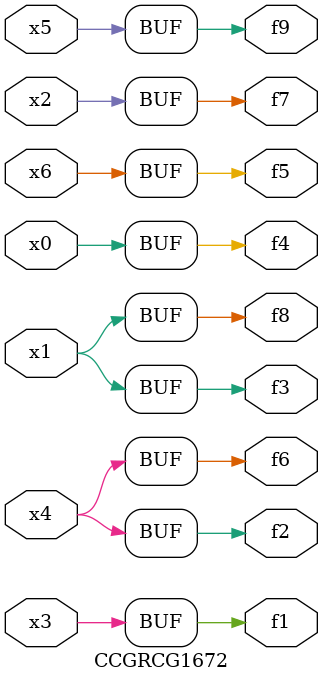
<source format=v>
module CCGRCG1672(
	input x0, x1, x2, x3, x4, x5, x6,
	output f1, f2, f3, f4, f5, f6, f7, f8, f9
);
	assign f1 = x3;
	assign f2 = x4;
	assign f3 = x1;
	assign f4 = x0;
	assign f5 = x6;
	assign f6 = x4;
	assign f7 = x2;
	assign f8 = x1;
	assign f9 = x5;
endmodule

</source>
